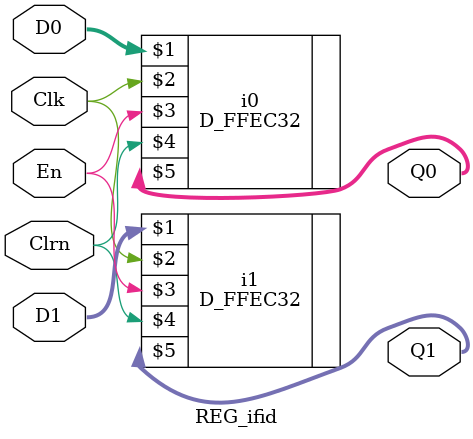
<source format=v>
`timescale 1ns / 1ps
module REG_ifid(D0,D1,En,Clk,Clrn,Q0,Q1
	 //stall,condep
    );
	 input [31:0]D0,D1;
    input En,Clk,Clrn;
	 //input stall,condep;
	 output [31:0]Q0,Q1;
	 D_FFEC32 i0(D0,Clk,En,Clrn,Q0,);
	 D_FFEC32 i1(D1,Clk,En,Clrn,Q1,);
endmodule

</source>
